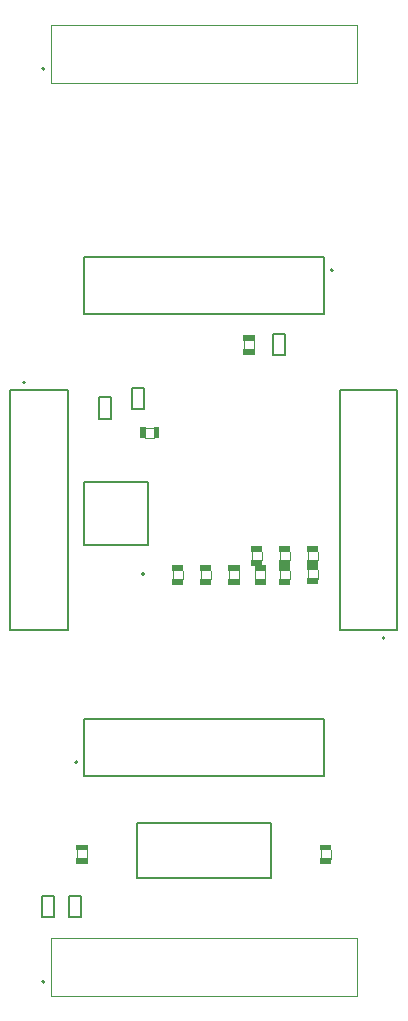
<source format=gbr>
%TF.GenerationSoftware,Altium Limited,Altium Designer,23.4.1 (23)*%
G04 Layer_Color=16711935*
%FSLAX45Y45*%
%MOMM*%
%TF.SameCoordinates,06F9E411-BB4A-4FCF-AF8D-8E7D50D0EFEC*%
%TF.FilePolarity,Positive*%
%TF.FileFunction,Other,Mechanical_13*%
%TF.Part,Single*%
G01*
G75*
%TA.AperFunction,NonConductor*%
%ADD28C,0.20000*%
%ADD29C,0.12700*%
%ADD46C,0.10160*%
%ADD47C,0.10000*%
G36*
X2079013Y5933685D02*
X1983990D01*
Y5983736D01*
X2079013D01*
Y5933685D01*
D02*
G37*
G36*
X2079087Y5816845D02*
X1983990D01*
Y5866787D01*
X2079087D01*
Y5816845D01*
D02*
G37*
G36*
X1273655Y5111365D02*
X1223713D01*
Y5206462D01*
X1273655D01*
Y5111365D01*
D02*
G37*
G36*
X1156815D02*
X1106764D01*
Y5206388D01*
X1156815D01*
Y5111365D01*
D02*
G37*
G36*
X2619760Y4145435D02*
X2524737D01*
Y4195486D01*
X2619760D01*
Y4145435D01*
D02*
G37*
G36*
X2381635D02*
X2286612D01*
Y4195486D01*
X2381635D01*
Y4145435D01*
D02*
G37*
G36*
X2143510D02*
X2048487D01*
Y4195486D01*
X2143510D01*
Y4145435D01*
D02*
G37*
G36*
X2619760Y4028595D02*
X2618763D01*
Y3992310D01*
X2523740D01*
Y4042361D01*
X2524663D01*
Y4078537D01*
X2619760D01*
Y4028595D01*
D02*
G37*
G36*
X2381635D02*
X2380638D01*
Y3986685D01*
X2285615D01*
Y4036736D01*
X2286538D01*
Y4078537D01*
X2381635D01*
Y4028595D01*
D02*
G37*
G36*
X2143510Y4036736D02*
X2174263D01*
Y3986685D01*
X2079240D01*
Y4028595D01*
X2048413D01*
Y4078537D01*
X2143510D01*
Y4036736D01*
D02*
G37*
G36*
X1952013Y3986685D02*
X1856990D01*
Y4036736D01*
X1952013D01*
Y3986685D01*
D02*
G37*
G36*
X1713888D02*
X1618865D01*
Y4036736D01*
X1713888D01*
Y3986685D01*
D02*
G37*
G36*
X1475763D02*
X1380740D01*
Y4036736D01*
X1475763D01*
Y3986685D01*
D02*
G37*
G36*
X2618837Y3875470D02*
X2523740D01*
Y3925412D01*
X2618837D01*
Y3875470D01*
D02*
G37*
G36*
X2380712Y3869845D02*
X2285615D01*
Y3919787D01*
X2380712D01*
Y3869845D01*
D02*
G37*
G36*
X2174337D02*
X2079240D01*
Y3919787D01*
X2174337D01*
Y3869845D01*
D02*
G37*
G36*
X1952087D02*
X1856990D01*
Y3919787D01*
X1952087D01*
Y3869845D01*
D02*
G37*
G36*
X1713962D02*
X1618865D01*
Y3919787D01*
X1713962D01*
Y3869845D01*
D02*
G37*
G36*
X1475837D02*
X1380740D01*
Y3919787D01*
X1475837D01*
Y3869845D01*
D02*
G37*
G36*
X2729962Y1620588D02*
X2634865D01*
Y1670530D01*
X2729962D01*
Y1620588D01*
D02*
G37*
G36*
X666212D02*
X571115D01*
Y1670530D01*
X666212D01*
Y1620588D01*
D02*
G37*
G36*
X2729888Y1503639D02*
X2634865D01*
Y1553690D01*
X2729888D01*
Y1503639D01*
D02*
G37*
G36*
X666138D02*
X571115D01*
Y1553690D01*
X666138D01*
Y1503639D01*
D02*
G37*
D28*
X300500Y8238000D02*
G03*
X300500Y8238000I-10000J0D01*
G01*
Y508000D02*
G03*
X300500Y508000I-10000J0D01*
G01*
X1145375Y3961450D02*
G03*
X1145375Y3961450I-10000J0D01*
G01*
X2741000Y6532000D02*
G03*
X2741000Y6532000I-10000J0D01*
G01*
X579000Y2368000D02*
G03*
X579000Y2368000I-10000J0D01*
G01*
X3183000Y3419000D02*
G03*
X3183000Y3419000I-10000J0D01*
G01*
X137000Y5581000D02*
G03*
X137000Y5581000I-10000J0D01*
G01*
D29*
X383375Y1053000D02*
Y1233000D01*
X283375Y1053000D02*
Y1233000D01*
Y1053000D02*
X383375D01*
X283375Y1233000D02*
X383375D01*
X505625Y1053000D02*
Y1233000D01*
X605625Y1053000D02*
Y1233000D01*
X505625D02*
X605625D01*
X505625Y1053000D02*
X605625D01*
X2336000Y5815500D02*
Y5995500D01*
X2236000Y5815500D02*
Y5995500D01*
X2336000D01*
X2236000Y5815500D02*
X2336000D01*
X635875Y4743750D02*
X1173875D01*
X635875Y4209750D02*
Y4743750D01*
Y4209750D02*
X1173875D01*
Y4743750D01*
X859625Y5275750D02*
Y5455750D01*
X759625Y5275750D02*
Y5455750D01*
X859625D01*
X759625Y5275750D02*
X859625D01*
X1045375Y5355125D02*
Y5535125D01*
X1145375Y5355125D02*
Y5535125D01*
X1045375Y5355125D02*
X1145375D01*
X1045375Y5535125D02*
X1145375D01*
X2666000Y6163500D02*
Y6646500D01*
X634000Y6163500D02*
X2666000D01*
X634000D02*
Y6646500D01*
X2666000D01*
Y6163500D02*
Y6646500D01*
X634000Y6163500D02*
X2666000D01*
X634000D02*
Y6646500D01*
Y2253500D02*
Y2736500D01*
X2666000D01*
Y2253500D02*
Y2736500D01*
X634000Y2253500D02*
X2666000D01*
X634000D02*
Y2736500D01*
X2666000D01*
Y2253500D02*
Y2736500D01*
X2804500Y3484000D02*
X3287500D01*
X2804500D02*
Y5516000D01*
X3287500D01*
Y3484000D02*
Y5516000D01*
X2804500Y3484000D02*
X3287500D01*
X2804500D02*
Y5516000D01*
X3287500D01*
X12500D02*
X495500D01*
Y3484000D02*
Y5516000D01*
X12500Y3484000D02*
X495500D01*
X12500D02*
Y5516000D01*
X495500D01*
Y3484000D02*
Y5516000D01*
X12500Y3484000D02*
X495500D01*
X1080000Y1384250D02*
X2220000D01*
X1080000Y1854250D02*
X2220000D01*
Y1384250D02*
Y1854250D01*
X1080000Y1384250D02*
Y1854250D01*
D46*
X2073900Y5864275D02*
Y5935475D01*
X1988800Y5864275D02*
Y5935475D01*
X1155025Y5116175D02*
X1226225D01*
X1155025Y5201275D02*
X1226225D01*
X2138700Y4076025D02*
Y4147225D01*
X2053600Y4076025D02*
Y4147225D01*
X2376825Y4076025D02*
Y4147225D01*
X2291725Y4076025D02*
Y4147225D01*
X2614950Y4076025D02*
Y4147225D01*
X2529850Y4076025D02*
Y4147225D01*
X2528550Y3922900D02*
Y3994100D01*
X2613650Y3922900D02*
Y3994100D01*
X2290425Y3917275D02*
Y3988475D01*
X2375525Y3917275D02*
Y3988475D01*
X2084050Y3917275D02*
Y3988475D01*
X2169150Y3917275D02*
Y3988475D01*
X1385550Y3917275D02*
Y3988475D01*
X1470650Y3917275D02*
Y3988475D01*
X1623675Y3917275D02*
Y3988475D01*
X1708775Y3917275D02*
Y3988475D01*
X1861800Y3917275D02*
Y3988475D01*
X1946900Y3917275D02*
Y3988475D01*
X575925Y1551900D02*
Y1623100D01*
X661025Y1551900D02*
Y1623100D01*
X2639675Y1551900D02*
Y1623100D01*
X2724775Y1551900D02*
Y1623100D01*
D47*
X355500Y8117350D02*
Y8612650D01*
X2946500D01*
Y8117350D02*
Y8612650D01*
X355500Y8117350D02*
X2946500D01*
X355500D02*
Y8612650D01*
X2946500D01*
Y8117350D02*
Y8612650D01*
X355500Y387350D02*
Y882650D01*
X2946500D01*
Y387350D02*
Y882650D01*
X355500Y387350D02*
X2946500D01*
X355500D02*
Y882650D01*
X2946500D01*
Y387350D02*
Y882650D01*
%TF.MD5,fcdd36d0203e0432ddfc9baf5f243b76*%
M02*

</source>
